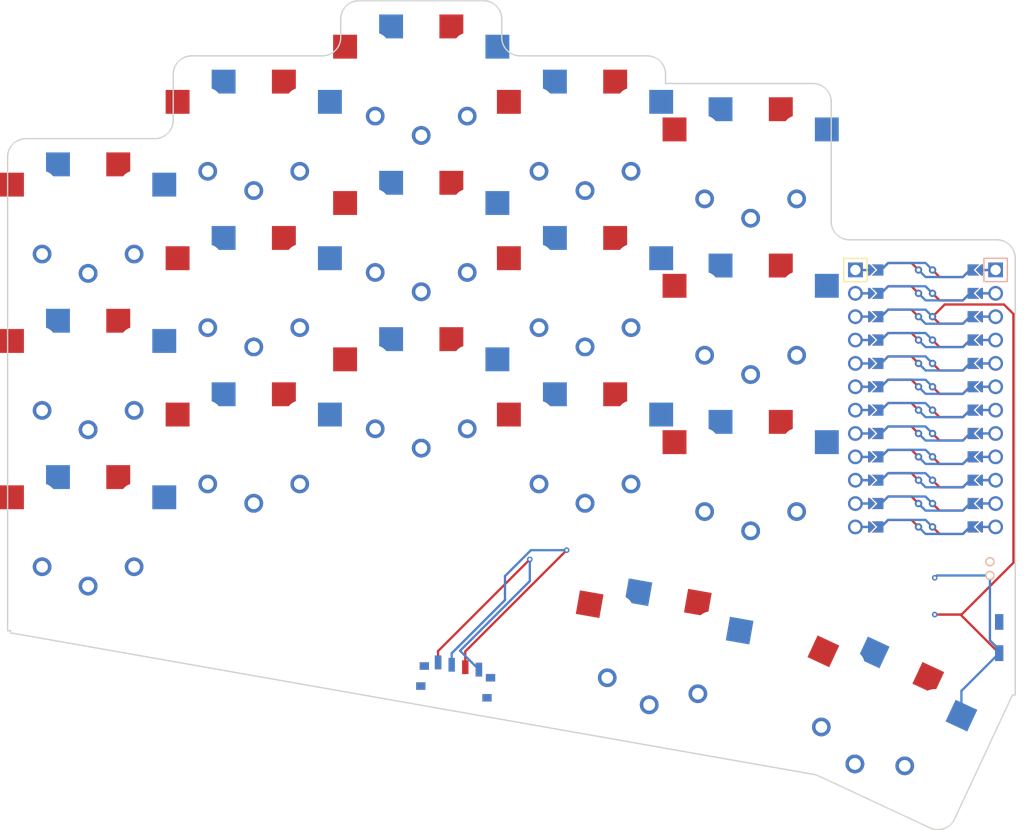
<source format=kicad_pcb>
(kicad_pcb (version 20211014) (generator pcbnew)
  (title_block (title "lazy_ferris") (rev "v1.0.0") (company "Unknown"))
  (layers (0 "F.Cu" signal) (31 "B.Cu" signal) (34 "B.Paste" user) (35 "F.Paste" user) (36 "B.SilkS" user "B.Silkscreen") (37 "F.SilkS" user "F.Silkscreen") (38 "B.Mask" user) (39 "F.Mask" user) (44 "Edge.Cuts" user))
  (net 0 "")
  (net 1 "P16")
  (net 2 "GND")
  (net 3 "P5")
  (net 4 "P20")
  (net 5 "P7")
  (net 6 "P18")
  (net 7 "P2")
  (net 8 "P14")
  (net 9 "P4")
  (net 10 "P21")
  (net 11 "P6")
  (net 12 "P19")
  (net 13 "P0")
  (net 14 "P15")
  (net 15 "P3")
  (net 16 "P1")
  (net 17 "P8")
  (net 18 "P10")
  (net 19 "RAW")
  (net 20 "RST")
  (net 21 "VCC")
  (net 22 "P9")
  (net 23 "pos")
  (footprint "lib:bat" (layer "F.Cu") (at 116 4)
    (fp_text reference "")
    (fp_text value "")
  )
  (footprint "PG1350" (layer "F.Cu") (at 90 -23)
    (fp_text reference "S27" hide)
    (fp_text value "" hide)
  )
  (footprint "PG1350" (layer "F.Cu") (at 18 -34 180)
    (fp_text reference "S6" hide)
    (fp_text value "" hide)
  )
  (footprint "PG1350" (layer "F.Cu") (at 36 -26)
    (fp_text reference "S9" hide)
    (fp_text value "" hide)
  )
  (footprint "PG1350" (layer "F.Cu") (at 54.2 -15)
    (fp_text reference "S13" hide)
    (fp_text value "" hide)
  )
  (footprint "Button_Switch_SMD:SW_SPST_B3U-1000P" (layer "F.Cu") (at 117 11.5 -90)
    (fp_text reference "")
    (fp_text value "")
  )
  (footprint "PG1350" (layer "F.Cu") (at 80 13 -10)
    (fp_text reference "S31" hide)
    (fp_text value "" hide)
  )
  (footprint "PG1350" (layer "F.Cu") (at 18 0)
    (fp_text reference "S1" hide)
    (fp_text value "" hide)
  )
  (footprint "ProMicro" (layer "F.Cu") (at 109 -14.5 -90)
    (fp_text reference "MCU1" hide)
    (fp_text value "")
  )
  (footprint "PG1350" (layer "F.Cu") (at 36 -9 180)
    (fp_text reference "S8" hide)
    (fp_text value "" hide)
  )
  (footprint "PG1350" (layer "F.Cu") (at 72 -9)
    (fp_text reference "S19" hide)
    (fp_text value "" hide)
  )
  (footprint "PG1350" (layer "F.Cu") (at 80 13 170)
    (fp_text reference "S32" hide)
    (fp_text value "" hide)
  )
  (footprint "PG1350" (layer "F.Cu") (at 18 -17 180)
    (fp_text reference "S4" hide)
    (fp_text value "" hide)
  )
  (footprint "PG1350" (layer "F.Cu") (at 54.2 -15 180)
    (fp_text reference "S14" hide)
    (fp_text value "" hide)
  )
  (footprint "PG1350" (layer "F.Cu") (at 54.2 -49 180)
    (fp_text reference "S18" hide)
    (fp_text value "" hide)
  )
  (footprint "PG1350" (layer "F.Cu") (at 103.816891 19.893564 -25)
    (fp_text reference "S33" hide)
    (fp_text value "" hide)
  )
  (footprint "PG1350" (layer "F.Cu") (at 72 -43)
    (fp_text reference "S23" hide)
    (fp_text value "" hide)
  )
  (footprint "PG1350" (layer "F.Cu") (at 72 -43 180)
    (fp_text reference "S24" hide)
    (fp_text value "" hide)
  )
  (footprint "PG1350" (layer "F.Cu") (at 90 -6 180)
    (fp_text reference "S26" hide)
    (fp_text value "" hide)
  )
  (footprint "PG1350" (layer "F.Cu") (at 36 -9)
    (fp_text reference "S7" hide)
    (fp_text value "" hide)
  )
  (footprint "PG1350" (layer "F.Cu") (at 72 -9 180)
    (fp_text reference "S20" hide)
    (fp_text value "" hide)
  )
  (footprint "VIA-0.6mm" (layer "F.Cu") (at 110 5)
    (fp_text reference "REF**" hide)
    (fp_text value "VIA-0.6mm" hide)
  )
  (footprint "PG1350" (layer "F.Cu") (at 18 -17)
    (fp_text reference "S3" hide)
    (fp_text value "" hide)
  )
  (footprint "VIA-0.6mm" (layer "F.Cu") (at 110 9)
    (fp_text reference "REF**" hide)
    (fp_text value "VIA-0.6mm" hide)
  )
  (footprint "VIA-0.6mm" (layer "F.Cu") (at 70 2)
    (fp_text reference "REF**" hide)
    (fp_text value "VIA-0.6mm" hide)
  )
  (footprint "PG1350" (layer "F.Cu") (at 36 -26 180)
    (fp_text reference "S10" hide)
    (fp_text value "" hide)
  )
  (footprint "PG1350" (layer "F.Cu") (at 90 -6)
    (fp_text reference "S25" hide)
    (fp_text value "" hide)
  )
  (footprint "PG1350" (layer "F.Cu") (at 54.2 -49)
    (fp_text reference "S17" hide)
    (fp_text value "" hide)
  )
  (footprint "PG1350" (layer "F.Cu") (at 54.2 -32 180)
    (fp_text reference "S16" hide)
    (fp_text value "" hide)
  )
  (footprint "Button_Switch_SMD:SW_SPDT_PCM12" (layer "F.Cu") (at 58 16 -10)
    (fp_text reference "")
    (fp_text value "")
  )
  (footprint "PG1350" (layer "F.Cu") (at 72 -26)
    (fp_text reference "S21" hide)
    (fp_text value "" hide)
  )
  (footprint "PG1350" (layer "F.Cu") (at 18 0 180)
    (fp_text reference "S2" hide)
    (fp_text value "" hide)
  )
  (footprint "PG1350" (layer "F.Cu") (at 36 -43)
    (fp_text reference "S11" hide)
    (fp_text value "" hide)
  )
  (footprint "PG1350" (layer "F.Cu") (at 36 -43 180)
    (fp_text reference "S12" hide)
    (fp_text value "" hide)
  )
  (footprint "PG1350" (layer "F.Cu") (at 54.2 -32)
    (fp_text reference "S15" hide)
    (fp_text value "" hide)
  )
  (footprint "PG1350" (layer "F.Cu") (at 72 -26 180)
    (fp_text reference "S22" hide)
    (fp_text value "" hide)
  )
  (footprint "PG1350" (layer "F.Cu") (at 18 -34)
    (fp_text reference "S5" hide)
    (fp_text value "" hide)
  )
  (footprint "VIA-0.6mm" (layer "F.Cu") (at 66 3)
    (fp_text reference "REF**" hide)
    (fp_text value "VIA-0.6mm" hide)
  )
  (footprint "PG1350" (layer "F.Cu") (at 90 -23 180)
    (fp_text reference "S28" hide)
    (fp_text value "" hide)
  )
  (footprint "PG1350" (layer "F.Cu") (at 90 -40 180)
    (fp_text reference "S30" hide)
    (fp_text value "" hide)
  )
  (footprint "PG1350" (layer "F.Cu") (at 90 -40)
    (fp_text reference "S29" hide)
    (fp_text value "" hide)
  )
  (footprint "PG1350" (layer "F.Cu") (at 103.816891 19.893564 155)
    (fp_text reference "S34" hide)
    (fp_text value "" hide)
  )
  (gr_line (start 64.95 -51.75) (end 78.75 -51.75) (layer "Edge.Cuts") (width 0.15))
  (gr_line (start 11.25 -42.75) (end 25.25 -42.75) (layer "Edge.Cuts") (width 0.15))
  (gr_arc (start 45.45 -53.75) (mid 44.864214 -52.335786) (end 43.45 -51.75) (layer "Edge.Cuts") (width 0.15))
  (gr_line (start 98.75 -33.75) (end 98.75 -46.75) (layer "Edge.Cuts") (width 0.15))
  (gr_line (start 60.95 -57.75) (end 47.45 -57.75) (layer "Edge.Cuts") (width 0.15))
  (gr_arc (start 96.75 -48.75) (mid 98.164214 -48.164214) (end 98.75 -46.75) (layer "Edge.Cuts") (width 0.15))
  (gr_line (start 80.75 -48.75) (end 80.75 -49.75) (layer "Edge.Cuts") (width 0.15))
  (gr_arc (start 100.75 -31.75) (mid 99.335786 -32.335786) (end 98.75 -33.75) (layer "Edge.Cuts") (width 0.15))
  (gr_arc (start 64.95 -51.75) (mid 63.535786 -52.335786) (end 62.95 -53.75) (layer "Edge.Cuts") (width 0.15))
  (gr_line (start 118.75 17.75) (end 118.75 -29.75) (layer "Edge.Cuts") (width 0.15))
  (gr_line (start 9.529765 10.982319) (end 96.865974 26.382049) (layer "Edge.Cuts") (width 0.15))
  (gr_line (start 45.45 -55.75) (end 45.45 -53.75) (layer "Edge.Cuts") (width 0.15))
  (gr_line (start 29.25 -51.75) (end 43.45 -51.75) (layer "Edge.Cuts") (width 0.15))
  (gr_line (start 118.75 17.75) (end 118.443168 17.75) (layer "Edge.Cuts") (width 0.15))
  (gr_arc (start 60.95 -57.75) (mid 62.364214 -57.164214) (end 62.95 -55.75) (layer "Edge.Cuts") (width 0.15))
  (gr_line (start 9.529765 10.982319) (end 9.57073 10.75) (layer "Edge.Cuts") (width 0.15))
  (gr_line (start 9.57073 10.75) (end 9.25 10.75) (layer "Edge.Cuts") (width 0.15))
  (gr_arc (start 27.25 -44.75) (mid 26.664214 -43.335786) (end 25.25 -42.75) (layer "Edge.Cuts") (width 0.15))
  (gr_arc (start 9.25 -40.75) (mid 9.835786 -42.164214) (end 11.25 -42.75) (layer "Edge.Cuts") (width 0.15))
  (gr_arc (start 27.25 -49.75) (mid 27.835786 -51.164214) (end 29.25 -51.75) (layer "Edge.Cuts") (width 0.15))
  (gr_line (start 62.95 -53.75) (end 62.95 -55.75) (layer "Edge.Cuts") (width 0.15))
  (gr_arc (start 116.75 -31.75) (mid 118.164214 -31.164214) (end 118.75 -29.75) (layer "Edge.Cuts") (width 0.15))
  (gr_arc (start 112.157118 31.230478) (mid 111.028543 32.264626) (end 109.499266 32.197856) (layer "Edge.Cuts") (width 0.15))
  (gr_line (start 80.75 -48.75) (end 96.75 -48.75) (layer "Edge.Cuts") (width 0.15))
  (gr_line (start 27.25 -49.75) (end 27.25 -44.75) (layer "Edge.Cuts") (width 0.15))
  (gr_line (start 112.157118 31.230478) (end 118.443168 17.75) (layer "Edge.Cuts") (width 0.15))
  (gr_arc (start 96.865975 26.382049) (mid 97.12009 26.444231) (end 97.363915 26.539049) (layer "Edge.Cuts") (width 0.15))
  (gr_line (start 97.363915 26.539049) (end 109.499266 32.197857) (layer "Edge.Cuts") (width 0.15))
  (gr_line (start 100.75 -31.75) (end 116.75 -31.75) (layer "Edge.Cuts") (width 0.15))
  (gr_line (start 9.25 10.75) (end 9.25 -40.75) (layer "Edge.Cuts") (width 0.15))
  (gr_arc (start 78.75 -51.75) (mid 80.164214 -51.164214) (end 80.75 -49.75) (layer "Edge.Cuts") (width 0.15))
  (gr_arc (start 45.45 -55.75) (mid 46.035786 -57.164214) (end 47.45 -57.75) (layer "Edge.Cuts") (width 0.15))
  (segment (start 112.901406 17.298594) (end 117 13.2) (width 0.25) (layer "B.Cu") (net 2))
  (segment (start 116 4.75) (end 110.25 4.75) (width 0.25) (layer "B.Cu") (net 2))
  (segment (start 116 11.8) (end 116 4.75) (width 0.25) (layer "B.Cu") (net 2))
  (segment (start 117 12.8) (end 116 11.8) (width 0.25) (layer "B.Cu") (net 2))
  (segment (start 112.901406 19.992076) (end 112.901406 17.298594) (width 0.25) (layer "B.Cu") (net 2))
  (segment (start 110.25 4.75) (end 110 5) (width 0.25) (layer "B.Cu") (net 2))
  (segment (start 117 13.2) (end 117 12.8) (width 0.25) (layer "B.Cu") (net 2))
  (segment (start 70 2) (end 58.986923 13.013077) (width 0.25) (layer "F.Cu") (net 19))
  (segment (start 58.986923 13.013077) (end 58.986923 14.721961) (width 0.25) (layer "F.Cu") (net 19))
  (segment (start 63.300951 4.815165) (end 63.300951 7.420952) (width 0.25) (layer "B.Cu") (net 19))
  (segment (start 57.509711 13.212191) (end 57.509711 14.461489) (width 0.25) (layer "B.Cu") (net 19))
  (segment (start 66.116116 2) (end 63.300951 4.815165) (width 0.25) (layer "B.Cu") (net 19))
  (segment (start 58.220951 12.500951) (end 57.509711 13.212191) (width 0.25) (layer "B.Cu") (net 19))
  (segment (start 57.509711 14.461489) (end 57.538511 14.461489) (width 0.25) (layer "B.Cu") (net 19))
  (segment (start 70 2) (end 66.116116 2) (width 0.25) (layer "B.Cu") (net 19))
  (segment (start 58.220951 12.500951) (end 58.220951 12.500952) (width 0.25) (layer "B.Cu") (net 19))
  (segment (start 63.300951 7.420952) (end 58.220951 12.500951) (width 0.25) (layer "B.Cu") (net 19))
  (segment (start 117.526001 -24.714) (end 111.074 -24.714) (width 0.25) (layer "F.Cu") (net 20))
  (segment (start 118.55 -23.690001) (end 117.526001 -24.714) (width 0.25) (layer "F.Cu") (net 20))
  (segment (start 118.55 3.366727) (end 118.55 -23.690001) (width 0.25) (layer "F.Cu") (net 20))
  (segment (start 110.6 9) (end 112.916727 9) (width 0.25) (layer "F.Cu") (net 20))
  (segment (start 112.8 9) (end 117 13.2) (width 0.25) (layer "F.Cu") (net 20))
  (segment (start 110.6 9) (end 112.8 9) (width 0.25) (layer "F.Cu") (net 20))
  (segment (start 110 9) (end 110.6 9) (width 0.25) (layer "F.Cu") (net 20))
  (segment (start 111.074 -24.702) (end 109.762 -23.39) (width 0.25) (layer "F.Cu") (net 20))
  (segment (start 111.074 -24.714) (end 111.074 -24.702) (width 0.25) (layer "F.Cu") (net 20))
  (segment (start 112.916727 9) (end 118.55 3.366727) (width 0.25) (layer "F.Cu") (net 20))
  (segment (start 56.032499 14.201017) (end 56.032499 12.967501) (width 0.25) (layer "F.Cu") (net 23))
  (segment (start 56.032499 12.967501) (end 66 3) (width 0.25) (layer "F.Cu") (net 23))
  (segment (start 58.42 12.938299) (end 60.464134 14.982433) (width 0.25) (layer "B.Cu") (net 23))
  (segment (start 66 3) (end 66 5.358299) (width 0.25) (layer "B.Cu") (net 23))
  (segment (start 66 5.358299) (end 58.42 12.938299) (width 0.25) (layer "B.Cu") (net 23))
)
</source>
